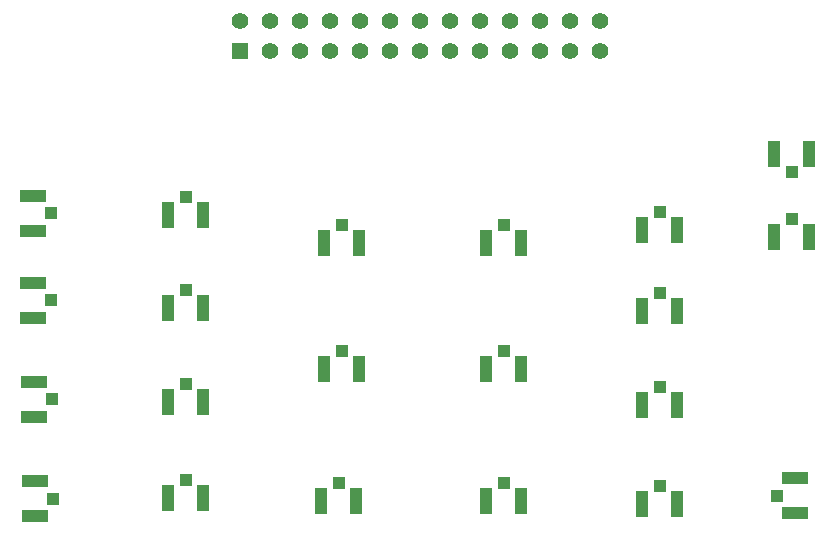
<source format=gbr>
%TF.GenerationSoftware,KiCad,Pcbnew,(6.0.8)*%
%TF.CreationDate,2023-08-07T17:47:41+10:00*%
%TF.ProjectId,REDPITAYA-BRK,52454450-4954-4415-9941-2d42524b2e6b,rev?*%
%TF.SameCoordinates,Original*%
%TF.FileFunction,Soldermask,Top*%
%TF.FilePolarity,Negative*%
%FSLAX46Y46*%
G04 Gerber Fmt 4.6, Leading zero omitted, Abs format (unit mm)*
G04 Created by KiCad (PCBNEW (6.0.8)) date 2023-08-07 17:47:41*
%MOMM*%
%LPD*%
G01*
G04 APERTURE LIST*
%ADD10R,1.050000X2.200000*%
%ADD11R,1.000000X1.050000*%
%ADD12R,2.200000X1.050000*%
%ADD13R,1.050000X1.000000*%
%ADD14R,1.398000X1.398000*%
%ADD15C,1.398000*%
G04 APERTURE END LIST*
D10*
%TO.C,ANALOG_OUT_1*%
X155145000Y-50184000D03*
D11*
X153670000Y-48659000D03*
D10*
X152195000Y-50184000D03*
%TD*%
D12*
%TO.C,+5V1*%
X100584000Y-43385000D03*
D13*
X102109000Y-41910000D03*
D12*
X100584000Y-40435000D03*
%TD*%
D10*
%TO.C,I2C_SDA1*%
X128221000Y-55118000D03*
D11*
X126746000Y-53593000D03*
D10*
X125271000Y-55118000D03*
%TD*%
%TO.C,ANALOG_IN_3*%
X155145000Y-66548000D03*
D11*
X153670000Y-65023000D03*
D10*
X152195000Y-66548000D03*
%TD*%
D12*
%TO.C,-4V1*%
X100584000Y-50751000D03*
D13*
X102109000Y-49276000D03*
D12*
X100584000Y-47801000D03*
%TD*%
D10*
%TO.C,UART_RX1*%
X115013000Y-66040000D03*
D11*
X113538000Y-64515000D03*
D10*
X112063000Y-66040000D03*
%TD*%
%TO.C,ANALOG_IN_0*%
X141937000Y-66294000D03*
D11*
X140462000Y-64769000D03*
D10*
X138987000Y-66294000D03*
%TD*%
%TO.C,UART_TX1*%
X115013000Y-57912000D03*
D11*
X113538000Y-56387000D03*
D10*
X112063000Y-57912000D03*
%TD*%
%TO.C,EXT_COM1*%
X127967000Y-66294000D03*
D11*
X126492000Y-64769000D03*
D10*
X125017000Y-66294000D03*
%TD*%
D12*
%TO.C,MOSI1*%
X100692000Y-59133000D03*
D13*
X102217000Y-57658000D03*
D12*
X100692000Y-56183000D03*
%TD*%
D10*
%TO.C,ANALOG_IN_1*%
X141937000Y-55118000D03*
D11*
X140462000Y-53593000D03*
D10*
X138987000Y-55118000D03*
%TD*%
%TO.C,ANALOG_IN_2*%
X141937000Y-44450000D03*
D11*
X140462000Y-42925000D03*
D10*
X138987000Y-44450000D03*
%TD*%
%TO.C,CLK_N1*%
X163371000Y-36938000D03*
D11*
X164846000Y-38463000D03*
D10*
X166321000Y-36938000D03*
%TD*%
D12*
%TO.C,ANALOG_OUT_2*%
X165100000Y-64360000D03*
D13*
X163575000Y-65835000D03*
D12*
X165100000Y-67310000D03*
%TD*%
D10*
%TO.C,CS1*%
X115013000Y-49930000D03*
D11*
X113538000Y-48405000D03*
D10*
X112063000Y-49930000D03*
%TD*%
%TO.C,ANALOG_OUT_0*%
X155145000Y-58166000D03*
D11*
X153670000Y-56641000D03*
D10*
X152195000Y-58166000D03*
%TD*%
D12*
%TO.C,MISO1*%
X100733000Y-67558000D03*
D13*
X102258000Y-66083000D03*
D12*
X100733000Y-64608000D03*
%TD*%
D10*
%TO.C,ANALOG_OUT_3*%
X155145000Y-43326000D03*
D11*
X153670000Y-41801000D03*
D10*
X152195000Y-43326000D03*
%TD*%
%TO.C,CLK_P1*%
X166321000Y-43942000D03*
D11*
X164846000Y-42417000D03*
D10*
X163371000Y-43942000D03*
%TD*%
%TO.C,SCLK1*%
X115013000Y-42056000D03*
D11*
X113538000Y-40531000D03*
D10*
X112063000Y-42056000D03*
%TD*%
%TO.C,I2C_SCL1*%
X128221000Y-44450000D03*
D11*
X126746000Y-42925000D03*
D10*
X125271000Y-44450000D03*
%TD*%
D14*
%TO.C,J1*%
X118110000Y-28194000D03*
D15*
X120650000Y-28194000D03*
X123190000Y-28194000D03*
X125730000Y-28194000D03*
X128270000Y-28194000D03*
X130810000Y-28194000D03*
X133350000Y-28194000D03*
X135890000Y-28194000D03*
X138430000Y-28194000D03*
X140970000Y-28194000D03*
X143510000Y-28194000D03*
X146050000Y-28194000D03*
X148590000Y-28194000D03*
X118110000Y-25654000D03*
X120650000Y-25654000D03*
X123190000Y-25654000D03*
X125730000Y-25654000D03*
X128270000Y-25654000D03*
X130810000Y-25654000D03*
X133350000Y-25654000D03*
X135890000Y-25654000D03*
X138430000Y-25654000D03*
X140970000Y-25654000D03*
X143510000Y-25654000D03*
X146050000Y-25654000D03*
X148590000Y-25654000D03*
%TD*%
M02*

</source>
